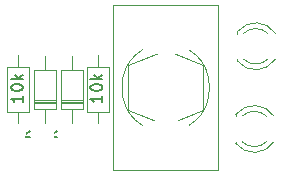
<source format=gbr>
%TF.GenerationSoftware,KiCad,Pcbnew,8.0.8*%
%TF.CreationDate,2025-02-01T23:36:58+01:00*%
%TF.ProjectId,pointControlPulse,706f696e-7443-46f6-9e74-726f6c50756c,rev?*%
%TF.SameCoordinates,Original*%
%TF.FileFunction,Legend,Top*%
%TF.FilePolarity,Positive*%
%FSLAX46Y46*%
G04 Gerber Fmt 4.6, Leading zero omitted, Abs format (unit mm)*
G04 Created by KiCad (PCBNEW 8.0.8) date 2025-02-01 23:36:58*
%MOMM*%
%LPD*%
G01*
G04 APERTURE LIST*
G04 Aperture macros list*
%AMRoundRect*
0 Rectangle with rounded corners*
0 $1 Rounding radius*
0 $2 $3 $4 $5 $6 $7 $8 $9 X,Y pos of 4 corners*
0 Add a 4 corners polygon primitive as box body*
4,1,4,$2,$3,$4,$5,$6,$7,$8,$9,$2,$3,0*
0 Add four circle primitives for the rounded corners*
1,1,$1+$1,$2,$3*
1,1,$1+$1,$4,$5*
1,1,$1+$1,$6,$7*
1,1,$1+$1,$8,$9*
0 Add four rect primitives between the rounded corners*
20,1,$1+$1,$2,$3,$4,$5,0*
20,1,$1+$1,$4,$5,$6,$7,0*
20,1,$1+$1,$6,$7,$8,$9,0*
20,1,$1+$1,$8,$9,$2,$3,0*%
G04 Aperture macros list end*
%ADD10C,0.150000*%
%ADD11C,0.120000*%
%ADD12R,1.500000X1.500000*%
%ADD13O,1.500000X1.500000*%
%ADD14R,1.800000X1.800000*%
%ADD15C,1.800000*%
%ADD16O,5.000000X3.200000*%
%ADD17C,1.400000*%
%ADD18O,1.400000X1.400000*%
%ADD19RoundRect,0.250000X0.650000X1.550000X-0.650000X1.550000X-0.650000X-1.550000X0.650000X-1.550000X0*%
%ADD20O,1.800000X3.600000*%
G04 APERTURE END LIST*
D10*
X159127819Y-104168411D02*
X159127819Y-104739839D01*
X159127819Y-104454125D02*
X158127819Y-104454125D01*
X158127819Y-104454125D02*
X158270676Y-104549363D01*
X158270676Y-104549363D02*
X158365914Y-104644601D01*
X158365914Y-104644601D02*
X158413533Y-104739839D01*
X158127819Y-103549363D02*
X158127819Y-103454125D01*
X158127819Y-103454125D02*
X158175438Y-103358887D01*
X158175438Y-103358887D02*
X158223057Y-103311268D01*
X158223057Y-103311268D02*
X158318295Y-103263649D01*
X158318295Y-103263649D02*
X158508771Y-103216030D01*
X158508771Y-103216030D02*
X158746866Y-103216030D01*
X158746866Y-103216030D02*
X158937342Y-103263649D01*
X158937342Y-103263649D02*
X159032580Y-103311268D01*
X159032580Y-103311268D02*
X159080200Y-103358887D01*
X159080200Y-103358887D02*
X159127819Y-103454125D01*
X159127819Y-103454125D02*
X159127819Y-103549363D01*
X159127819Y-103549363D02*
X159080200Y-103644601D01*
X159080200Y-103644601D02*
X159032580Y-103692220D01*
X159032580Y-103692220D02*
X158937342Y-103739839D01*
X158937342Y-103739839D02*
X158746866Y-103787458D01*
X158746866Y-103787458D02*
X158508771Y-103787458D01*
X158508771Y-103787458D02*
X158318295Y-103739839D01*
X158318295Y-103739839D02*
X158223057Y-103692220D01*
X158223057Y-103692220D02*
X158175438Y-103644601D01*
X158175438Y-103644601D02*
X158127819Y-103549363D01*
X159127819Y-102787458D02*
X158127819Y-102787458D01*
X158746866Y-102692220D02*
X159127819Y-102406506D01*
X158461152Y-102406506D02*
X158842104Y-102787458D01*
X152396819Y-104168411D02*
X152396819Y-104739839D01*
X152396819Y-104454125D02*
X151396819Y-104454125D01*
X151396819Y-104454125D02*
X151539676Y-104549363D01*
X151539676Y-104549363D02*
X151634914Y-104644601D01*
X151634914Y-104644601D02*
X151682533Y-104739839D01*
X151396819Y-103549363D02*
X151396819Y-103454125D01*
X151396819Y-103454125D02*
X151444438Y-103358887D01*
X151444438Y-103358887D02*
X151492057Y-103311268D01*
X151492057Y-103311268D02*
X151587295Y-103263649D01*
X151587295Y-103263649D02*
X151777771Y-103216030D01*
X151777771Y-103216030D02*
X152015866Y-103216030D01*
X152015866Y-103216030D02*
X152206342Y-103263649D01*
X152206342Y-103263649D02*
X152301580Y-103311268D01*
X152301580Y-103311268D02*
X152349200Y-103358887D01*
X152349200Y-103358887D02*
X152396819Y-103454125D01*
X152396819Y-103454125D02*
X152396819Y-103549363D01*
X152396819Y-103549363D02*
X152349200Y-103644601D01*
X152349200Y-103644601D02*
X152301580Y-103692220D01*
X152301580Y-103692220D02*
X152206342Y-103739839D01*
X152206342Y-103739839D02*
X152015866Y-103787458D01*
X152015866Y-103787458D02*
X151777771Y-103787458D01*
X151777771Y-103787458D02*
X151587295Y-103739839D01*
X151587295Y-103739839D02*
X151492057Y-103692220D01*
X151492057Y-103692220D02*
X151444438Y-103644601D01*
X151444438Y-103644601D02*
X151396819Y-103549363D01*
X152396819Y-102787458D02*
X151396819Y-102787458D01*
X152015866Y-102692220D02*
X152396819Y-102406506D01*
X151730152Y-102406506D02*
X152111104Y-102787458D01*
X155295819Y-107708904D02*
X154295819Y-107708904D01*
X155295819Y-107137476D02*
X154724390Y-107566047D01*
X154295819Y-107137476D02*
X154867247Y-107708904D01*
X153009819Y-107708904D02*
X152009819Y-107708904D01*
X153009819Y-107137476D02*
X152438390Y-107566047D01*
X152009819Y-107137476D02*
X152581247Y-107708904D01*
D11*
%TO.C,D8*%
X155671000Y-101997000D02*
X155671000Y-105277000D01*
X155671000Y-104581000D02*
X157511000Y-104581000D01*
X155671000Y-104701000D02*
X157511000Y-104701000D01*
X155671000Y-104821000D02*
X157511000Y-104821000D01*
X155671000Y-105277000D02*
X157511000Y-105277000D01*
X156591000Y-100817000D02*
X156591000Y-101997000D01*
X156591000Y-106457000D02*
X156591000Y-105277000D01*
X157511000Y-101997000D02*
X155671000Y-101997000D01*
X157511000Y-105277000D02*
X157511000Y-101997000D01*
%TO.C,D1*%
X153385000Y-101997000D02*
X153385000Y-105277000D01*
X153385000Y-104581000D02*
X155225000Y-104581000D01*
X153385000Y-104701000D02*
X155225000Y-104701000D01*
X153385000Y-104821000D02*
X155225000Y-104821000D01*
X153385000Y-105277000D02*
X155225000Y-105277000D01*
X154305000Y-100817000D02*
X154305000Y-101997000D01*
X154305000Y-106457000D02*
X154305000Y-105277000D01*
X155225000Y-101997000D02*
X153385000Y-101997000D01*
X155225000Y-105277000D02*
X155225000Y-101997000D01*
%TO.C,D3*%
X170435000Y-105764000D02*
X170435000Y-105920000D01*
X170435000Y-108080000D02*
X170435000Y-108236000D01*
X170435000Y-105764484D02*
G75*
G02*
X173667335Y-105921392I1560000J-1235516D01*
G01*
X170954039Y-105920000D02*
G75*
G02*
X173036130Y-105920163I1040961J-1080000D01*
G01*
X173036130Y-108079837D02*
G75*
G02*
X170954039Y-108080000I-1041130J1079837D01*
G01*
X173667335Y-108078608D02*
G75*
G02*
X170435000Y-108235516I-1672335J1078608D01*
G01*
%TO.C,SW1*%
X160055000Y-96515000D02*
X168945000Y-96515000D01*
X160055000Y-110485000D02*
X160055000Y-96515000D01*
X161325000Y-101595000D02*
X164500000Y-100325000D01*
X161325000Y-105405000D02*
X161325000Y-101595000D01*
X164500000Y-100325000D02*
X167675000Y-101595000D01*
X164500000Y-106675000D02*
X161325000Y-105405000D01*
X167675000Y-101595000D02*
X167675000Y-105405000D01*
X167675000Y-105405000D02*
X164500000Y-106675000D01*
X168945000Y-96515000D02*
X168945000Y-110485000D01*
X168945000Y-110485000D02*
X160055000Y-110485000D01*
X168202654Y-103500000D02*
G75*
G02*
X160797346Y-103500000I-3702654J0D01*
G01*
X160797346Y-103500000D02*
G75*
G02*
X168202654Y-103500000I3702654J0D01*
G01*
%TO.C,D6*%
X170560000Y-98764000D02*
X170560000Y-98920000D01*
X170560000Y-101080000D02*
X170560000Y-101236000D01*
X170560000Y-98764484D02*
G75*
G02*
X173792335Y-98921392I1560000J-1235516D01*
G01*
X171079039Y-98920000D02*
G75*
G02*
X173161130Y-98920163I1040961J-1080000D01*
G01*
X173161130Y-101079837D02*
G75*
G02*
X171079039Y-101080000I-1041130J1079837D01*
G01*
X173792335Y-101078608D02*
G75*
G02*
X170560000Y-101235516I-1672335J1078608D01*
G01*
%TO.C,R2*%
X157830000Y-101712000D02*
X157830000Y-105552000D01*
X157830000Y-105552000D02*
X159670000Y-105552000D01*
X158750000Y-100762000D02*
X158750000Y-101712000D01*
X158750000Y-106502000D02*
X158750000Y-105552000D01*
X159670000Y-101712000D02*
X157830000Y-101712000D01*
X159670000Y-105552000D02*
X159670000Y-101712000D01*
%TO.C,R1*%
X151099000Y-101712000D02*
X151099000Y-105552000D01*
X151099000Y-105552000D02*
X152939000Y-105552000D01*
X152019000Y-100762000D02*
X152019000Y-101712000D01*
X152019000Y-106502000D02*
X152019000Y-105552000D01*
X152939000Y-101712000D02*
X151099000Y-101712000D01*
X152939000Y-105552000D02*
X152939000Y-101712000D01*
%TD*%
%LPC*%
D12*
%TO.C,D8*%
X156591000Y-107447000D03*
D13*
X156591000Y-99827000D03*
%TD*%
D12*
%TO.C,D1*%
X154305000Y-107447000D03*
D13*
X154305000Y-99827000D03*
%TD*%
D14*
%TO.C,D3*%
X170725000Y-107000000D03*
D15*
X173265000Y-107000000D03*
%TD*%
D16*
%TO.C,SW1*%
X164500000Y-107950000D03*
X164500000Y-103500000D03*
X164500000Y-99050000D03*
%TD*%
D14*
%TO.C,D6*%
X170850000Y-100000000D03*
D15*
X173390000Y-100000000D03*
%TD*%
D17*
%TO.C,R2*%
X158750000Y-99822000D03*
D18*
X158750000Y-107442000D03*
%TD*%
D17*
%TO.C,R1*%
X152019000Y-99822000D03*
D18*
X152019000Y-107442000D03*
%TD*%
D19*
%TO.C,J3*%
X157607000Y-115323500D03*
D20*
X154107000Y-115323500D03*
%TD*%
D19*
%TO.C,J2*%
X168000000Y-115316000D03*
D20*
X164500000Y-115316000D03*
X161000000Y-115316000D03*
%TD*%
%LPD*%
M02*

</source>
